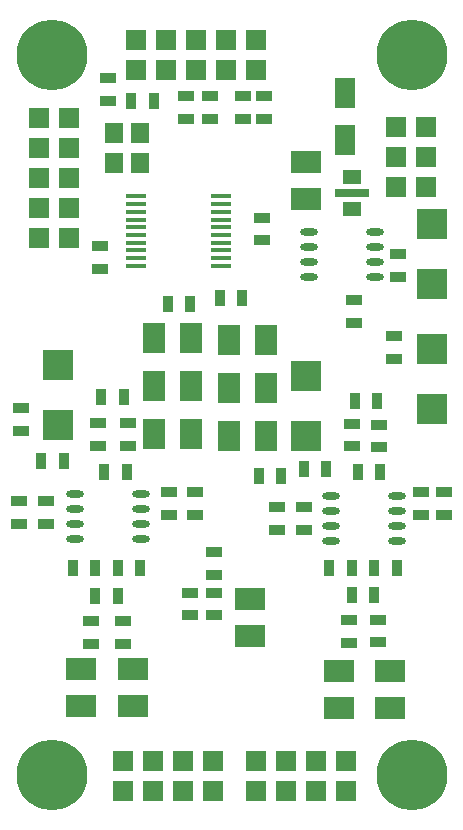
<source format=gbr>
G04 #@! TF.FileFunction,Soldermask,Bot*
%FSLAX46Y46*%
G04 Gerber Fmt 4.6, Leading zero omitted, Abs format (unit mm)*
G04 Created by KiCad (PCBNEW 0.201503110816+5502~22~ubuntu14.04.1-product) date St 11. březen 2015, 23:45:28 CET*
%MOMM*%
G01*
G04 APERTURE LIST*
%ADD10C,0.100000*%
%ADD11R,2.499360X1.950720*%
%ADD12R,0.889000X1.397000*%
%ADD13R,1.397000X0.889000*%
%ADD14R,2.499360X2.550160*%
%ADD15R,1.950720X2.499360*%
%ADD16R,1.800860X2.499360*%
%ADD17R,1.651000X1.651000*%
%ADD18O,1.473200X0.609600*%
%ADD19R,1.500000X1.300000*%
%ADD20R,3.000000X0.700000*%
%ADD21C,6.000000*%
%ADD22R,1.750000X0.450000*%
%ADD23R,1.500000X1.700000*%
G04 APERTURE END LIST*
D10*
D11*
X65043253Y-75529215D03*
X65043253Y-78628015D03*
X60725253Y-75529215D03*
X60725253Y-78628015D03*
X43326253Y-75402215D03*
X43326253Y-78501015D03*
X38881253Y-75402215D03*
X38881253Y-78501015D03*
D12*
X63709753Y-69077615D03*
X61804753Y-69077615D03*
X41992753Y-69204615D03*
X40087753Y-69204615D03*
D13*
X69615253Y-60378115D03*
X69615253Y-62283115D03*
X55518253Y-61648115D03*
X55518253Y-63553115D03*
X48533253Y-60378115D03*
X48533253Y-62283115D03*
X33674253Y-61140115D03*
X33674253Y-63045115D03*
D14*
X36976253Y-49661855D03*
X36976253Y-54711375D03*
X57931253Y-50550855D03*
X57931253Y-55600375D03*
D12*
X37420753Y-57774615D03*
X35515753Y-57774615D03*
X57740753Y-58409615D03*
X59645753Y-58409615D03*
X63963753Y-52694615D03*
X62058753Y-52694615D03*
X42500753Y-52313615D03*
X40595753Y-52313615D03*
D13*
X54248253Y-39042115D03*
X54248253Y-37137115D03*
X41167253Y-27231115D03*
X41167253Y-25326115D03*
X40532253Y-39550115D03*
X40532253Y-41455115D03*
X65744293Y-42166315D03*
X65744293Y-40261315D03*
D14*
X68599253Y-37723855D03*
X68599253Y-42773375D03*
D13*
X65424253Y-47170115D03*
X65424253Y-49075115D03*
D14*
X68599253Y-53314375D03*
X68599253Y-48264855D03*
D15*
X45078853Y-55488615D03*
X48177653Y-55488615D03*
X54527653Y-47487615D03*
X51428853Y-47487615D03*
D11*
X57931253Y-32476215D03*
X57931253Y-35575015D03*
D15*
X45078853Y-51424615D03*
X48177653Y-51424615D03*
X54527653Y-51551615D03*
X51428853Y-51551615D03*
X45078853Y-47360615D03*
X48177653Y-47360615D03*
X54527653Y-55615615D03*
X51428853Y-55615615D03*
D13*
X48152253Y-68887115D03*
X48152253Y-70792115D03*
D12*
X50628753Y-43931615D03*
X52533753Y-43931615D03*
X48129393Y-44429455D03*
X46224393Y-44429455D03*
D11*
X53232253Y-72532015D03*
X53232253Y-69433215D03*
D16*
X61233253Y-26565635D03*
X61233253Y-30563595D03*
D17*
X58820253Y-85714615D03*
X58820253Y-83174615D03*
X53740253Y-85714615D03*
X56280253Y-85714615D03*
X61360253Y-85714615D03*
X61360253Y-83174615D03*
X56280253Y-83174615D03*
X53740253Y-83174615D03*
X47517253Y-85714615D03*
X47517253Y-83174615D03*
X42437253Y-85714615D03*
X44977253Y-85714615D03*
X50057253Y-85714615D03*
X50057253Y-83174615D03*
X44977253Y-83174615D03*
X42437253Y-83174615D03*
X65551253Y-29453615D03*
X65551253Y-31993615D03*
X65551253Y-34533615D03*
X68091253Y-34533615D03*
X68091253Y-31993615D03*
X68091253Y-29453615D03*
X37865253Y-33771615D03*
X35325253Y-33771615D03*
X37865253Y-38851615D03*
X37865253Y-36311615D03*
X37865253Y-31231615D03*
X35325253Y-31231615D03*
X35325253Y-36311615D03*
X35325253Y-38851615D03*
X51200253Y-24627615D03*
X43580253Y-22087615D03*
X48660253Y-22087615D03*
X43580253Y-24627615D03*
X53740253Y-22087615D03*
X51200253Y-22087615D03*
X46120253Y-22087615D03*
X53740253Y-24627615D03*
X46120253Y-24627615D03*
X48660253Y-24627615D03*
D13*
X61995253Y-44122115D03*
X61995253Y-46027115D03*
X64027253Y-71173115D03*
X64027253Y-73078115D03*
X61614253Y-71216295D03*
X61614253Y-73121295D03*
X42437253Y-71300115D03*
X42437253Y-73205115D03*
X39770253Y-71300115D03*
X39770253Y-73205115D03*
D12*
X65614753Y-66791615D03*
X63709753Y-66791615D03*
X59899753Y-66791615D03*
X61804753Y-66791615D03*
X43897753Y-66791615D03*
X41992753Y-66791615D03*
X38182753Y-66791615D03*
X40087753Y-66791615D03*
X64217753Y-58663615D03*
X62312753Y-58663615D03*
X42754753Y-58663615D03*
X40849753Y-58663615D03*
D13*
X67710253Y-60378115D03*
X67710253Y-62283115D03*
X57804253Y-61648115D03*
X57804253Y-63553115D03*
X46374253Y-60378115D03*
X46374253Y-62283115D03*
X35960253Y-61140115D03*
X35960253Y-63045115D03*
X64154253Y-54663115D03*
X64154253Y-56568115D03*
X61809833Y-54586915D03*
X61809833Y-56491915D03*
X42846193Y-54556435D03*
X42846193Y-56461435D03*
X40303653Y-54556435D03*
X40303653Y-56461435D03*
D12*
X43135753Y-27294615D03*
X45040753Y-27294615D03*
D13*
X47771253Y-28755115D03*
X47771253Y-26850115D03*
X49803253Y-28755115D03*
X49803253Y-26850115D03*
X52597253Y-28755115D03*
X52597253Y-26850115D03*
X54375253Y-28755115D03*
X54375253Y-26850115D03*
X50184253Y-65458115D03*
X50184253Y-67363115D03*
X50184253Y-68887115D03*
X50184253Y-70792115D03*
D18*
X65678253Y-60695615D03*
X65678253Y-61965615D03*
X65678253Y-63235615D03*
X65678253Y-64505615D03*
X60090253Y-64505615D03*
X60090253Y-63235615D03*
X60090253Y-61965615D03*
X60090253Y-60695615D03*
X43961253Y-60568615D03*
X43961253Y-61838615D03*
X43961253Y-63108615D03*
X43961253Y-64378615D03*
X38373253Y-64378615D03*
X38373253Y-63108615D03*
X38373253Y-61838615D03*
X38373253Y-60568615D03*
X58185253Y-42153615D03*
X58185253Y-40883615D03*
X58185253Y-39613615D03*
X58185253Y-38343615D03*
X63773253Y-38343615D03*
X63773253Y-39613615D03*
X63773253Y-40883615D03*
X63773253Y-42153615D03*
D19*
X61868253Y-33691615D03*
D20*
X61868253Y-35041615D03*
D19*
X61868253Y-36391615D03*
D21*
X36468253Y-23357615D03*
X66948253Y-23357615D03*
X66948253Y-84317615D03*
X36468253Y-84317615D03*
D22*
X43536253Y-41205115D03*
X43536253Y-40555115D03*
X43536253Y-39905115D03*
X43536253Y-39255115D03*
X43536253Y-38605115D03*
X43536253Y-37955115D03*
X43536253Y-37305115D03*
X43536253Y-36655115D03*
X43536253Y-36005115D03*
X43536253Y-35355115D03*
X50736253Y-35355115D03*
X50736253Y-36005115D03*
X50736253Y-36655115D03*
X50736253Y-37305115D03*
X50736253Y-37955115D03*
X50736253Y-38605115D03*
X50736253Y-39255115D03*
X50736253Y-39905115D03*
X50736253Y-40555115D03*
X50736253Y-41205115D03*
D23*
X43918253Y-29961615D03*
X43918253Y-32501615D03*
X41718253Y-32501615D03*
X41718253Y-29961615D03*
D13*
X33801253Y-53266115D03*
X33801253Y-55171115D03*
D12*
X53930753Y-59044615D03*
X55835753Y-59044615D03*
D17*
X37865253Y-28691615D03*
X35325253Y-28691615D03*
M02*

</source>
